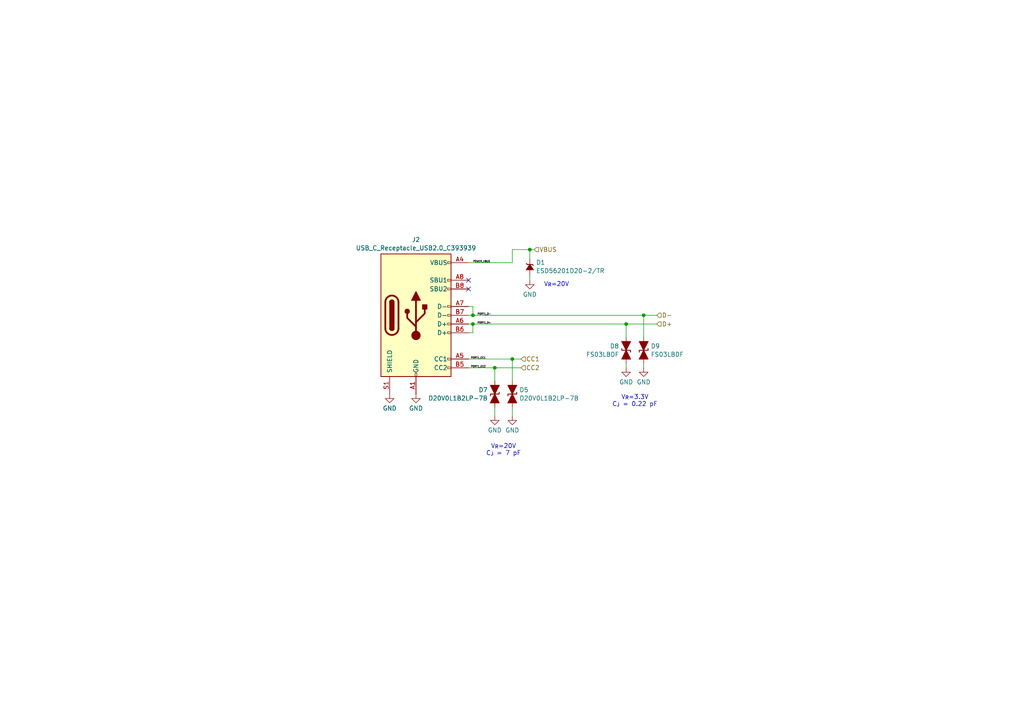
<source format=kicad_sch>
(kicad_sch (version 20241209) (generator "eeschema") (generator_version "9.0")
  (paper "A4")
  (title_block (rev "A"))
  (lib_symbols
    (symbol "Device:D_TVS_Filled" (pin_numbers (hide yes)) (pin_names (offset 1.016) (hide yes))
      (property "Reference" "D" (at 0 2.54 0))
      (property "Value" "D_TVS_Filled" (at 0 -2.54 0))
      (symbol "D_TVS_Filled_0_1"
        (polyline (pts (xy -2.54 -1.27) (xy 0 0) (xy -2.54 1.27) (xy -2.54 -1.27)) (stroke (width 0.254)) (fill (type outline)))
        (polyline (pts (xy 0.508 1.27) (xy 0 1.27) (xy 0 -1.27) (xy -0.508 -1.27)) (stroke (width 0.254)))
        (polyline (pts (xy 1.27 0) (xy -1.27 0)))
        (polyline (pts (xy 2.54 1.27) (xy 2.54 -1.27) (xy 0 0) (xy 2.54 1.27)) (stroke (width 0.254)) (fill (type outline)))
      )
      (symbol "D_TVS_Filled_1_1"
        (pin passive line (at -3.81 0 0) (length 2.54) (name "A1") (number "1"))
        (pin passive line (at 3.81 0 180) (length 2.54) (name "A2") (number "2"))
      )
    )
    (symbol "Franz-Lib:TVS_Small_Filled_Unidirectional" (pin_numbers (hide yes)) (pin_names (offset 0.254) (hide yes))
      (property "Reference" "D" (at -1.27 2.032 0))
      (property "Value" "TVS_Small_Filled_Unidirectional" (at -3.81 -2.032 0))
      (symbol "TVS_Small_Filled_Unidirectional_0_1"
        (polyline (pts (xy -0.762 0.7112) (xy -1.016 1.016)) (stroke (width 0.254)))
        (polyline (pts (xy -0.762 0) (xy 0.762 0)))
        (polyline (pts (xy -0.762 -0.7112) (xy -0.762 0.7112)) (stroke (width 0.254)))
        (polyline (pts (xy -0.508 -1.016) (xy -0.762 -0.7112)) (stroke (width 0.254)))
        (polyline (pts (xy 0.762 -1.016) (xy -0.762 0) (xy 0.762 1.016) (xy 0.762 -1.016)) (stroke (width 0.254)) (fill (type outline)))
      )
      (symbol "TVS_Small_Filled_Unidirectional_1_1"
        (pin passive line (at -2.54 0 0) (length 1.778) (name "K") (number "1"))
        (pin passive line (at 2.54 0 180) (length 1.778) (name "A") (number "2"))
      )
    )
    (symbol "Franz-Lib:USB_C_Receptacle_USB2.0_C393939" (pin_names (offset 1.016))
      (property "Reference" "J" (at -10.16 19.05 0))
      (property "Value" "USB_C_Receptacle_USB2.0_C393939" (at 19.05 19.05 0))
      (symbol "USB_C_Receptacle_USB2.0_C393939_0_0"
        (rectangle (start -0.254 -17.78) (end 0.254 -16.764))
        (rectangle (start 10.16 15.494) (end 9.144 14.986))
        (rectangle (start 10.16 10.414) (end 9.144 9.906))
        (rectangle (start 10.16 7.874) (end 9.144 7.366))
        (rectangle (start 10.16 2.794) (end 9.144 2.286))
        (rectangle (start 10.16 0.254) (end 9.144 -0.254))
        (rectangle (start 10.16 -2.286) (end 9.144 -2.794))
        (rectangle (start 10.16 -4.826) (end 9.144 -5.334))
        (rectangle (start 10.16 -12.446) (end 9.144 -12.954))
        (rectangle (start 10.16 -14.986) (end 9.144 -15.494))
      )
      (symbol "USB_C_Receptacle_USB2.0_C393939_0_1"
        (rectangle (start -10.16 17.78) (end 10.16 -17.78) (stroke (width 0.254)) (fill (type background)))
        (polyline (pts (xy -8.89 -3.81) (xy -8.89 3.81)) (stroke (width 0.508)))
        (rectangle (start -7.62 -3.81) (end -6.35 3.81) (stroke (width 0.254)) (fill (type outline)))
        (arc (start -7.62 3.81) (mid -6.985 4.4423) (end -6.35 3.81) (stroke (width 0.254)) (fill (type outline)))
        (arc (start -7.62 3.81) (mid -6.985 4.4423) (end -6.35 3.81) (stroke (width 0.254)))
        (arc (start -8.89 3.81) (mid -6.985 5.7067) (end -5.08 3.81) (stroke (width 0.508)))
        (arc (start -5.08 -3.81) (mid -6.985 -5.7067) (end -8.89 -3.81) (stroke (width 0.508)))
        (arc (start -6.35 -3.81) (mid -6.985 -4.4423) (end -7.62 -3.81) (stroke (width 0.254)))
        (arc (start -6.35 -3.81) (mid -6.985 -4.4423) (end -7.62 -3.81) (stroke (width 0.254)) (fill (type outline)))
        (polyline (pts (xy -5.08 3.81) (xy -5.08 -3.81)) (stroke (width 0.508)))
        (circle (center -2.54 1.143) (radius 0.635) (stroke (width 0.254)) (fill (type outline)))
        (polyline (pts (xy -1.27 4.318) (xy 0 6.858) (xy 1.27 4.318) (xy -1.27 4.318)) (stroke (width 0.254)) (fill (type outline)))
        (polyline (pts (xy 0 -2.032) (xy 2.54 0.508) (xy 2.54 1.778)) (stroke (width 0.508)))
        (polyline (pts (xy 0 -3.302) (xy -2.54 -0.762) (xy -2.54 0.508)) (stroke (width 0.508)))
        (circle (center 0 -5.842) (radius 1.27) (fill (type outline)))
        (polyline (pts (xy 0 -5.842) (xy 0 4.318)) (stroke (width 0.508)))
        (rectangle (start 1.905 1.778) (end 3.175 3.048) (stroke (width 0.254)) (fill (type outline)))
      )
      (symbol "USB_C_Receptacle_USB2.0_C393939_1_1"
        (pin passive line (at -7.62 -22.86 90) (length 5.08) (name "SHIELD") (number "S1"))
        (pin passive line (at 0 -22.86 90) (length 5.08) (name "GND") (number "A1"))
        (pin passive line (at 0 -22.86 90) (length 5.08) (hide yes) (name "GND") (number "A12"))
        (pin passive line (at 0 -22.86 90) (length 5.08) (hide yes) (name "GND") (number "B1"))
        (pin passive line (at 0 -22.86 90) (length 5.08) (hide yes) (name "GND") (number "B12"))
        (pin passive line (at 15.24 15.24 180) (length 5.08) (name "VBUS") (number "A4"))
        (pin passive line (at 15.24 15.24 180) (length 5.08) (hide yes) (name "VBUS") (number "A9"))
        (pin passive line (at 15.24 15.24 180) (length 5.08) (hide yes) (name "VBUS") (number "B4"))
        (pin passive line (at 15.24 15.24 180) (length 5.08) (hide yes) (name "VBUS") (number "B9"))
        (pin bidirectional line (at 15.24 10.16 180) (length 5.08) (name "SBU1") (number "A8"))
        (pin bidirectional line (at 15.24 7.62 180) (length 5.08) (name "SBU2") (number "B8"))
        (pin bidirectional line (at 15.24 2.54 180) (length 5.08) (name "D-") (number "A7"))
        (pin bidirectional line (at 15.24 0 180) (length 5.08) (name "D-") (number "B7"))
        (pin bidirectional line (at 15.24 -2.54 180) (length 5.08) (name "D+") (number "A6"))
        (pin bidirectional line (at 15.24 -5.08 180) (length 5.08) (name "D+") (number "B6"))
        (pin bidirectional line (at 15.24 -12.7 180) (length 5.08) (name "CC1") (number "A5"))
        (pin bidirectional line (at 15.24 -15.24 180) (length 5.08) (name "CC2") (number "B5"))
      )
    )
    (symbol "power:GND" (power) (pin_numbers (hide yes)) (pin_names (offset 0) (hide yes))
      (property "Value" "GND" (at 0 -3.81 0))
      (symbol "GND_0_1"
        (polyline (pts (xy 0 0) (xy 0 -1.27) (xy 1.27 -1.27) (xy 0 -2.54) (xy -1.27 -1.27) (xy 0 -1.27)))
      )
      (symbol "GND_1_1"
        (pin power_in line (at 0 0 270) (length 0) (name "~") (number "1"))
      )
    )
  )
  (text "V_{R}=20V\nC_{J} = 7 pF" (at 146.05 130.556 0) (effects (font (size 1.27 1.27))))
  (text "V_{R}=20V" (at 157.734 82.55 0) (effects (font (size 1.27 1.27)) (justify left)))
  (text "V_{R}=3.3V\nC_{J} = 0.22 pF" (at 184.15 116.332 0) (effects (font (size 1.27 1.27))))
  (junction (at 143.51 106.68))
  (junction (at 153.67 72.39))
  (junction (at 181.61 93.98))
  (junction (at 137.16 91.44))
  (junction (at 148.59 104.14))
  (junction (at 137.16 93.98))
  (junction (at 186.69 91.44))
  (no_connect (at 135.89 83.82))
  (no_connect (at 135.89 81.28))
  (wire (pts (xy 137.16 93.98) (xy 137.16 96.52)))
  (wire (pts (xy 181.61 97.79) (xy 181.61 93.98)))
  (wire (pts (xy 148.59 104.14) (xy 148.59 110.49)))
  (wire (pts (xy 148.59 120.65) (xy 148.59 118.11)))
  (wire (pts (xy 153.67 72.39) (xy 154.94 72.39)))
  (wire (pts (xy 137.16 91.44) (xy 186.69 91.44)))
  (wire (pts (xy 143.51 120.65) (xy 143.51 118.11)))
  (wire (pts (xy 135.89 104.14) (xy 148.59 104.14)))
  (wire (pts (xy 135.89 106.68) (xy 143.51 106.68)))
  (wire (pts (xy 148.59 76.2) (xy 135.89 76.2)))
  (wire (pts (xy 143.51 106.68) (xy 151.13 106.68)))
  (wire (pts (xy 186.69 97.79) (xy 186.69 91.44)))
  (wire (pts (xy 186.69 91.44) (xy 190.5 91.44)))
  (wire (pts (xy 148.59 72.39) (xy 148.59 76.2)))
  (wire (pts (xy 135.89 96.52) (xy 137.16 96.52)))
  (wire (pts (xy 143.51 106.68) (xy 143.51 110.49)))
  (wire (pts (xy 153.67 72.39) (xy 153.67 74.93)))
  (wire (pts (xy 135.89 93.98) (xy 137.16 93.98)))
  (wire (pts (xy 148.59 104.14) (xy 151.13 104.14)))
  (wire (pts (xy 137.16 93.98) (xy 181.61 93.98)))
  (wire (pts (xy 181.61 93.98) (xy 190.5 93.98)))
  (wire (pts (xy 186.69 105.41) (xy 186.69 106.68)))
  (wire (pts (xy 137.16 88.9) (xy 137.16 91.44)))
  (wire (pts (xy 181.61 105.41) (xy 181.61 106.68)))
  (wire (pts (xy 153.67 80.01) (xy 153.67 81.28)))
  (wire (pts (xy 135.89 91.44) (xy 137.16 91.44)))
  (wire (pts (xy 148.59 72.39) (xy 153.67 72.39)))
  (wire (pts (xy 137.16 88.9) (xy 135.89 88.9)))
  (label "PORT1_D-" (at 138.43 91.44 0) (effects (font (size 0.5 0.5))))
  (label "PORT1_CC2" (at 136.525 106.68 0) (effects (font (size 0.5 0.5))))
  (label "POWER_VBUS" (at 137.16 76.2 0) (effects (font (size 0.5 0.5))))
  (label "PORT1_D+" (at 138.43 93.98 0) (effects (font (size 0.5 0.5))))
  (label "PORT1_CC1" (at 136.525 104.14 0) (effects (font (size 0.5 0.5))))
  (hierarchical_label "CC2" (shape input) (at 151.13 106.68 0))
  (hierarchical_label "VBUS" (shape input) (at 154.94 72.39 0))
  (hierarchical_label "D-" (shape input) (at 190.5 91.44 0))
  (hierarchical_label "CC1" (shape input) (at 151.13 104.14 0))
  (hierarchical_label "D+" (shape input) (at 190.5 93.98 0))
  (symbol (lib_id "power:GND") (at 148.59 120.65 0) (mirror y) (unit 1)
    (property "Reference" "#PWR023" (effects (hide yes)))
    (property "Value" "GND" (at 148.59 124.7831 0))
    (property "Description" "Power symbol creates a global label with name \"GND\" , ground" (effects (hide yes)))
  )
  (symbol (lib_id "power:GND") (at 181.61 106.68 0) (mirror y) (unit 1)
    (property "Reference" "#PWR024" (effects (hide yes)))
    (property "Value" "GND" (at 181.61 110.8131 0))
    (property "Description" "Power symbol creates a global label with name \"GND\" , ground" (effects (hide yes)))
  )
  (symbol (lib_id "Device:D_TVS_Filled") (at 181.61 101.6 270) (unit 1)
    (property "Reference" "D8" (at 179.578 100.3878 90) (effects (justify right)))
    (property "Value" "FS03LBDF" (at 179.578 102.8121 90) (effects (justify right)))
    (property "Footprint" "Franz-Lib:X1-DFN1006-2_P6X1_DIO" (effects (hide yes)))
    (property "Description" "Bidirectional transient-voltage-suppression diode, filled shape" (effects (hide yes)))
  )
  (symbol (lib_id "power:GND") (at 143.51 120.65 0) (mirror y) (unit 1)
    (property "Reference" "#PWR022" (effects (hide yes)))
    (property "Value" "GND" (at 143.51 124.7831 0))
    (property "Description" "Power symbol creates a global label with name \"GND\" , ground" (effects (hide yes)))
  )
  (symbol (lib_id "Franz-Lib:TVS_Small_Filled_Unidirectional") (at 153.67 77.47 90) (mirror x) (unit 1)
    (property "Reference" "D1" (at 155.448 76.1308 90) (effects (justify right)))
    (property "Value" "ESD56201D20-2/TR" (at 155.448 78.5551 90) (effects (justify right)))
    (property "Footprint" "Franz-Lib:ST_QFN1610_1_NoSilk" (effects (hide yes)))
    (property "Description" "Diode, small symbol, filled shape" (effects (hide yes)))
  )
  (symbol (lib_id "power:GND") (at 120.65 114.3 0) (unit 1)
    (property "Reference" "#PWR027" (effects (hide yes)))
    (property "Value" "GND" (at 120.65 118.4331 0))
    (property "Description" "Power symbol creates a global label with name \"GND\" , ground" (effects (hide yes)))
  )
  (symbol (lib_id "Device:D_TVS_Filled") (at 148.59 114.3 90) (mirror x) (unit 1)
    (property "Reference" "D5" (at 150.622 113.0878 90) (effects (justify right)))
    (property "Value" "D20V0L1B2LP-7B" (at 150.622 115.5121 90) (effects (justify right)))
    (property "Footprint" "Franz-Lib:X1-DFN1006-2_P6X1_DIO" (effects (hide yes)))
    (property "Description" "Bidirectional transient-voltage-suppression diode, filled shape" (effects (hide yes)))
  )
  (symbol (lib_id "Device:D_TVS_Filled") (at 186.69 101.6 90) (mirror x) (unit 1)
    (property "Reference" "D9" (at 188.722 100.3878 90) (effects (justify right)))
    (property "Value" "FS03LBDF" (at 188.722 102.8121 90) (effects (justify right)))
    (property "Footprint" "Franz-Lib:X1-DFN1006-2_P6X1_DIO" (effects (hide yes)))
    (property "Description" "Bidirectional transient-voltage-suppression diode, filled shape" (effects (hide yes)))
  )
  (symbol (lib_id "power:GND") (at 186.69 106.68 0) (mirror y) (unit 1)
    (property "Reference" "#PWR045" (effects (hide yes)))
    (property "Value" "GND" (at 186.69 110.8131 0))
    (property "Description" "Power symbol creates a global label with name \"GND\" , ground" (effects (hide yes)))
  )
  (symbol (lib_id "power:GND") (at 153.67 81.28 0) (mirror y) (unit 1)
    (property "Reference" "#PWR021" (effects (hide yes)))
    (property "Value" "GND" (at 153.67 85.4131 0))
    (property "Description" "Power symbol creates a global label with name \"GND\" , ground" (effects (hide yes)))
  )
  (symbol (lib_id "Franz-Lib:USB_C_Receptacle_USB2.0_C393939") (at 120.65 91.44 0) (unit 1)
    (property "Reference" "J2" (at 120.65 69.5155 0))
    (property "Value" "USB_C_Receptacle_USB2.0_C393939" (at 120.65 71.9398 0))
    (property "Footprint" "Franz-Lib:USB_C_Receptacle_C313131_TYPE-C-31-M-12" (effects (hide yes)))
    (property "Datasheet" "https://parts.franz.science/data/media/1912111437_SHOU-HAN-TYPE-C16PIN_C393939.pdf" (effects (hide yes)))
    (property "Description" "USB 2.0-only Type-C Receptacle connector" (effects (hide yes)))
  )
  (symbol (lib_id "Device:D_TVS_Filled") (at 143.51 114.3 90) (mirror x) (unit 1)
    (property "Reference" "D7" (at 141.478 113.0878 90) (effects (justify left)))
    (property "Value" "D20V0L1B2LP-7B" (at 141.478 115.5121 90) (effects (justify left)))
    (property "Footprint" "Franz-Lib:X1-DFN1006-2_P6X1_DIO" (effects (hide yes)))
    (property "Description" "Bidirectional transient-voltage-suppression diode, filled shape" (effects (hide yes)))
  )
  (symbol (lib_id "power:GND") (at 113.03 114.3 0) (unit 1)
    (property "Reference" "#PWR02" (effects (hide yes)))
    (property "Value" "GND" (at 113.03 118.4331 0))
    (property "Description" "Power symbol creates a global label with name \"GND\" , ground" (effects (hide yes)))
  )
)
</source>
